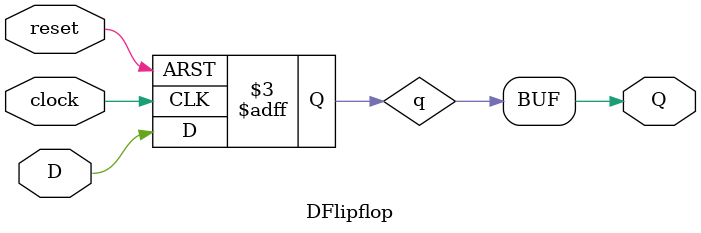
<source format=v>
`timescale 1ns / 1ns 

module Lab5p3(SW, KEY, CLOCK_50, LEDR);
	input [4:0] SW;
	input [1:0] KEY;
	input CLOCK_50;
	output [1:0] LEDR;
	
	wire [11:0] code, clock_1, reset;
	assign reset = 1'b0;
	assign LEDR[1] = clock_1;
	
	morsePlayer player(code, clock_1, LEDR[0], KEY[1], KEY[0]);
	
	morseDecode decode(SW[2:0], code);
	
	oneSecond clk(CLOCK_50, reset, clock_1);

endmodule



//this module take the morse code in 12bit and play it out
module morsePlayer(code, clock_1, signal, load, reset);
	input [11:0] code;
	input clock_1;
	input load;
	input reset;
	output signal;
	wire [11:0] Q;
	
	wire reset;         //fix later
//	assign load = 1'b0;
//	assign reset = 1'b0;
	
	assign signal = Q[11];
	
	LshiftReg12b LSR0(code, load, clock_1, reset, Q);
     //               data, paralleLoadn, clock, reset, Q
endmodule


//this module convert letter input to a morse code in 12bit
module morseDecode(letter, code);
	input [2:0] letter;
	output [11:0] code;
	
	reg [11:0] code;
	
	always@(*)
	begin
		case (letter[2:0])
			3'b000: code = 12'b101110000000;        //A
			3'b001: code = 12'b111010101000;    //B
			3'b010: code = 12'b111010111010;  //C
			3'b011: code = 12'b111010100000;      //D
			3'b100: code = 12'b100000000000;            //E
			3'b101: code = 12'b101011101000;    //F
			3'b110: code = 12'b111011101000;    //G
			3'b111: code = 12'b101010100000;      //H
		    default: code = 12'b0;
		endcase
	end
endmodule
	
/*	
module oneSecond(clock_50M, reset, out);
	input clock_50M;
	input reset;
	output [3:0] out;
	
	wire clear1, clear2, enable1;
	
	reg [26:0] count1;
	reg [3:0] count2;
	
	always@(posedge clock_50M)
	begin
		if ((clear1 == 1'b1) | (reset == 1'b1))
			count1 <= 26'd0;
		else 
			count1 <= count1 + 1'b1;
	end
	
	assign clear1 = enable1;
	assign enable1 = (count1 == 27'd2500000) ? 1'b1 : 1'b0;
	assign out = count2;
	assign clear2 = (count2 == 4'b1111) ? 1'b1 : 1'b0;
	
	always@(posedge clock_50M)
	begin
		if (clear2 | reset)
			count2 <= 4'b0000;
		else if (enable1)
			count2 <= count2 + 1'b1;
	end
endmodule
*/

	
//this module output clock_1 witch is a 2Hz puse clock
module oneSecond(clock_50M, reset, clock_1);
	input clock_50M;
	input reset;
	output clock_1;
	
	wire clear1, clear2, enable1, puse, FFclear;
	assign FFclear = 1'b1;
	
	TFlipflop TFF0(puse, clock_1, clock_50M, FFclear);
	
	reg [26:0] count1;
	reg [3:0] count2;
	
	always@(posedge clock_50M)
	begin
		if ((clear1 == 1'b1) | (reset == 1'b1))
			count1 <= 27'd0;
		else 
			count1 <= count1 + 1'b1;
	end
	
	assign clear1 = enable1;
	assign enable1 = (count1 == 27'd25000000) ? 1'b1 : 1'b0;
	assign puse = enable1;
	assign clear2 = (count2 == 4'b1111) ? 1'b1 : 1'b0;
	
	always@(posedge clock_50M)
	begin
		if (clear2 | reset)
			count2 <= 4'b0000;
		else if (enable1)
			count2 <= count2 + 1'b1;
	end
endmodule



module LshiftReg12b(data, paralleLoadn, clock, reset, Q);
	input [11:0] data;
	input paralleLoadn;
	input clock;
	input reset;
	output [11:0] Q;
	
	//                  D   left right     loadn      clock  reset   Q
	LshiftReg LR0(data[0], Q[1], 1'b0, paralleLoadn, clock, reset, Q[0]);
	
	LshiftReg LR1(data[1], Q[2], Q[0], paralleLoadn, clock, reset, Q[1]);
	
	LshiftReg LR2(data[2], Q[3], Q[1], paralleLoadn, clock, reset, Q[2]);
	
	LshiftReg LR3(data[3], Q[4], Q[2], paralleLoadn, clock, reset, Q[3]);
	
	LshiftReg LR4(data[4], Q[5], Q[3], paralleLoadn, clock, reset, Q[4]);
	
	LshiftReg LR5(data[5], Q[6], Q[4], paralleLoadn, clock, reset, Q[5]);
	
	LshiftReg LR6(data[6], Q[7], Q[5], paralleLoadn, clock, reset, Q[6]);
	
	LshiftReg LR7(data[7], Q[8], Q[6], paralleLoadn, clock, reset, Q[7]);
	
	LshiftReg LR8(data[8], Q[9], Q[7], paralleLoadn, clock, reset, Q[8]);
	
	LshiftReg LR9(data[9], Q[10], Q[8], paralleLoadn, clock, reset, Q[9]);
	
	LshiftReg LR10(data[10], Q[11], Q[9], paralleLoadn, clock, reset, Q[10]);
	
	LshiftReg LR11(data[11], 1'b0, Q[10], paralleLoadn, clock, reset, Q[11]);
	
	
endmodule


module LshiftReg(D, left, right, loadn, clock, reset, Q);
	input D;
	input left;
	input right;
	input loadn;
	input clock;
	input reset;
	output Q;
	wire w0;
	wire shift;
	
	assign w0 = (loadn) ? shift : D;
	assign shift = right;
	
	flipfloph FF0(w0, clock, reset, Q);
              //   D  clock  reset  Q
endmodule


module flipfloph(D, clock, reset, Q);
	input D;
	input clock;
	input reset;
	output Q;
	
	reg Q;
	
	always@(posedge clock, negedge reset)
	begin
		if (~reset)
			Q = 0;
		else 
			Q = D;
	end
endmodule


module TFlipflop(T, Q, clock, clear);
	input T;
	output Q;
	input clock;
	input clear;
	
	wire D;
	
	DFlipflop DFF0(D, clock, clear, Q);
	
	assign D = (T) ? ~Q : Q;
	
endmodule	


module DFlipflop(D, clock, reset, Q);
	input D;
	input clock;
	input reset;
	output Q;
	
	reg q;
	
	always@(posedge clock or negedge reset)
	begin
		if (~reset)
			q <= 0;
		else q <= D;
	end
	
	assign Q = q;
endmodule



</source>
